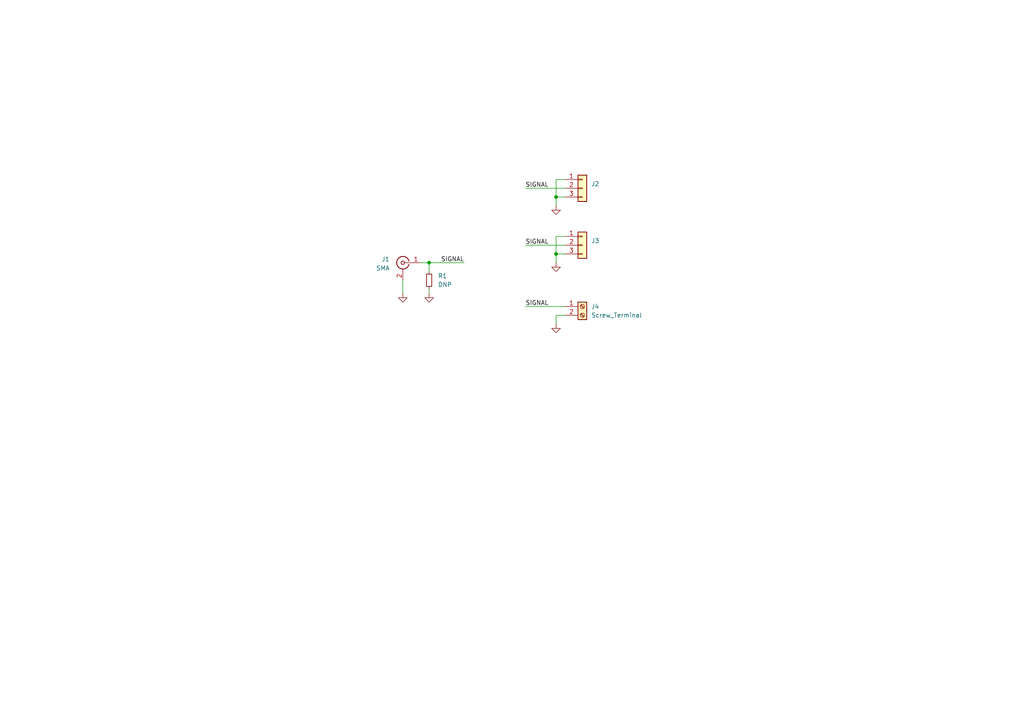
<source format=kicad_sch>
(kicad_sch (version 20231120) (generator "eeschema") (generator_version "8.0")
  (paper "A4")
  (lib_symbols
    (symbol "Connector:Conn_Coaxial" (pin_names (offset 1.016) hide)
      (property "Reference" "J" (at 0.254 3.048 0))
      (property "Value" "Conn_Coaxial" (at 2.921 0 90))
      (symbol "Conn_Coaxial_0_1"
        (arc (start -1.778 -0.508) (mid 0.2311 -1.8066) (end 1.778 0) (stroke (width 0.254)))
        (polyline (pts (xy -2.54 0) (xy -0.508 0)))
        (polyline (pts (xy 0 -2.54) (xy 0 -1.778)))
        (circle (center 0 0) (radius 0.508) (stroke (width 0.2032)))
        (arc (start 1.778 0) (mid 0.2099 1.8101) (end -1.778 0.508) (stroke (width 0.254)))
      )
      (symbol "Conn_Coaxial_1_1"
        (pin passive line (at -5.08 0 0) (length 2.54) (name "In") (number "1"))
        (pin passive line (at 0 -5.08 90) (length 2.54) (name "Ext") (number "2"))
      )
    )
    (symbol "Connector:Screw_Terminal_01x02" (pin_names (offset 1.016) hide)
      (property "Reference" "J" (at 0 2.54 0))
      (property "Value" "Screw_Terminal_01x02" (at 0 -5.08 0))
      (symbol "Screw_Terminal_01x02_1_1"
        (rectangle (start -1.27 1.27) (end 1.27 -3.81) (stroke (width 0.254)) (fill (type background)))
        (circle (center 0 -2.54) (radius 0.635) (stroke (width 0.1524)))
        (polyline (pts (xy -0.5334 -2.2098) (xy 0.3302 -3.048)) (stroke (width 0.1524)))
        (polyline (pts (xy -0.5334 0.3302) (xy 0.3302 -0.508)) (stroke (width 0.1524)))
        (polyline (pts (xy -0.3556 -2.032) (xy 0.508 -2.8702)) (stroke (width 0.1524)))
        (polyline (pts (xy -0.3556 0.508) (xy 0.508 -0.3302)) (stroke (width 0.1524)))
        (circle (center 0 0) (radius 0.635) (stroke (width 0.1524)))
        (pin passive line (at -5.08 0 0) (length 3.81) (name "Pin_1") (number "1"))
        (pin passive line (at -5.08 -2.54 0) (length 3.81) (name "Pin_2") (number "2"))
      )
    )
    (symbol "Connector_Generic:Conn_01x03" (pin_names (offset 1.016) hide)
      (property "Reference" "J" (at 0 5.08 0))
      (property "Value" "Conn_01x03" (at 0 -5.08 0))
      (symbol "Conn_01x03_1_1"
        (rectangle (start -1.27 -2.413) (end 0 -2.667) (stroke (width 0.1524)))
        (rectangle (start -1.27 0.127) (end 0 -0.127) (stroke (width 0.1524)))
        (rectangle (start -1.27 2.667) (end 0 2.413) (stroke (width 0.1524)))
        (rectangle (start -1.27 3.81) (end 1.27 -3.81) (stroke (width 0.254)) (fill (type background)))
        (pin passive line (at -5.08 2.54 0) (length 3.81) (name "Pin_1") (number "1"))
        (pin passive line (at -5.08 0 0) (length 3.81) (name "Pin_2") (number "2"))
        (pin passive line (at -5.08 -2.54 0) (length 3.81) (name "Pin_3") (number "3"))
      )
    )
    (symbol "Device:R_Small" (pin_numbers hide) (pin_names (offset 0.254) hide)
      (property "Reference" "R" (at 0.762 0.508 0))
      (property "Value" "R_Small" (at 0.762 -1.016 0))
      (symbol "R_Small_0_1"
        (rectangle (start -0.762 1.778) (end 0.762 -1.778) (stroke (width 0.2032)))
      )
      (symbol "R_Small_1_1"
        (pin passive line (at 0 2.54 270) (length 0.762) (name "~") (number "1"))
        (pin passive line (at 0 -2.54 90) (length 0.762) (name "~") (number "2"))
      )
    )
    (symbol "power:GND" (power) (pin_numbers hide) (pin_names (offset 0) hide)
      (property "Value" "GND" (at 0 -3.81 0))
      (symbol "GND_0_1"
        (polyline (pts (xy 0 0) (xy 0 -1.27) (xy 1.27 -1.27) (xy 0 -2.54) (xy -1.27 -1.27) (xy 0 -1.27)))
      )
      (symbol "GND_1_1"
        (pin power_in line (at 0 0 270) (length 0) (name "~") (number "1"))
      )
    )
  )
  (junction (at 161.29 73.66))
  (junction (at 124.46 76.2))
  (junction (at 161.29 57.15))
  (wire (pts (xy 161.29 68.58) (xy 161.29 73.66)))
  (wire (pts (xy 163.83 68.58) (xy 161.29 68.58)))
  (wire (pts (xy 161.29 57.15) (xy 163.83 57.15)))
  (wire (pts (xy 161.29 52.07) (xy 161.29 57.15)))
  (wire (pts (xy 161.29 93.98) (xy 161.29 91.44)))
  (wire (pts (xy 161.29 76.2) (xy 161.29 73.66)))
  (wire (pts (xy 161.29 73.66) (xy 163.83 73.66)))
  (wire (pts (xy 161.29 91.44) (xy 163.83 91.44)))
  (wire (pts (xy 163.83 52.07) (xy 161.29 52.07)))
  (wire (pts (xy 152.4 88.9) (xy 163.83 88.9)))
  (wire (pts (xy 124.46 76.2) (xy 134.62 76.2)))
  (wire (pts (xy 121.92 76.2) (xy 124.46 76.2)))
  (wire (pts (xy 124.46 76.2) (xy 124.46 78.74)))
  (wire (pts (xy 152.4 54.61) (xy 163.83 54.61)))
  (wire (pts (xy 152.4 71.12) (xy 163.83 71.12)))
  (wire (pts (xy 116.84 81.28) (xy 116.84 85.09)))
  (wire (pts (xy 161.29 59.69) (xy 161.29 57.15)))
  (wire (pts (xy 124.46 83.82) (xy 124.46 85.09)))
  (label "SIGNAL" (at 152.4 71.12 0))
  (label "SIGNAL" (at 134.62 76.2 180))
  (label "SIGNAL" (at 152.4 54.61 0))
  (label "SIGNAL" (at 152.4 88.9 0))
  (symbol (lib_id "Device:R_Small") (at 124.46 81.28 0) (unit 1)
    (property "Reference" "R1" (at 127 80.0099 0) (effects (justify left)))
    (property "Value" "DNP" (at 127 82.5499 0) (effects (justify left)))
    (property "Footprint" "Resistor_SMD:R_0603_1608Metric_Pad0.98x0.95mm_HandSolder" (effects (hide yes)))
    (property "Description" "Resistor, small symbol" (effects (hide yes)))
  )
  (symbol (lib_id "Connector_Generic:Conn_01x03") (at 168.91 54.61 0) (unit 1)
    (property "Reference" "J2" (at 171.45 53.3399 0) (effects (justify left)))
    (property "Value" "Conn_01x03" (effects (hide yes)))
    (property "Footprint" "Connector_PinHeader_2.54mm:PinHeader_1x03_P2.54mm_Vertical" (effects (hide yes)))
    (property "Description" "Generic connector, single row, 01x03, script generated (kicad-library-utils/schlib/autogen/connector/)" (effects (hide yes)))
  )
  (symbol (lib_id "Connector_Generic:Conn_01x03") (at 168.91 71.12 0) (unit 1)
    (property "Reference" "J3" (at 171.45 69.8499 0) (effects (justify left)))
    (property "Value" "Conn_01x03" (effects (hide yes)))
    (property "Footprint" "Connector_PinHeader_2.54mm:PinHeader_1x03_P2.54mm_Vertical" (effects (hide yes)))
    (property "Description" "Generic connector, single row, 01x03, script generated (kicad-library-utils/schlib/autogen/connector/)" (effects (hide yes)))
  )
  (symbol (lib_id "Connector:Screw_Terminal_01x02") (at 168.91 88.9 0) (unit 1)
    (property "Reference" "J4" (at 171.45 88.8999 0) (effects (justify left)))
    (property "Value" "Screw_Terminal" (at 171.45 91.4399 0) (effects (justify left)))
    (property "Footprint" "TerminalBlock:TerminalBlock_Xinya_XY308-2.54-2P_1x02_P2.54mm_Horizontal" (effects (hide yes)))
    (property "Description" "Generic screw terminal, single row, 01x02, script generated (kicad-library-utils/schlib/autogen/connector/)" (effects (hide yes)))
  )
  (symbol (lib_id "power:GND") (at 116.84 85.09 0) (unit 1)
    (property "Reference" "#PWR01" (effects (hide yes)))
    (property "Value" "GND" (effects (hide yes)))
    (property "Description" "Power symbol creates a global label with name \"GND\" , ground" (effects (hide yes)))
  )
  (symbol (lib_id "power:GND") (at 161.29 76.2 0) (unit 1)
    (property "Reference" "#PWR04" (effects (hide yes)))
    (property "Value" "GND" (effects (hide yes)))
    (property "Description" "Power symbol creates a global label with name \"GND\" , ground" (effects (hide yes)))
  )
  (symbol (lib_id "power:GND") (at 161.29 59.69 0) (unit 1)
    (property "Reference" "#PWR03" (effects (hide yes)))
    (property "Value" "GND" (effects (hide yes)))
    (property "Description" "Power symbol creates a global label with name \"GND\" , ground" (effects (hide yes)))
  )
  (symbol (lib_id "Connector:Conn_Coaxial") (at 116.84 76.2 0) (mirror y) (unit 1)
    (property "Reference" "J1" (at 113.03 75.2231 0) (effects (justify left)))
    (property "Value" "SMA" (at 113.03 77.7631 0) (effects (justify left)))
    (property "Footprint" "Connector_Coaxial:SMA_Samtec_SMA-J-P-H-ST-EM1_EdgeMount" (effects (hide yes)))
    (property "Description" "coaxial connector (BNC, SMA, SMB, SMC, Cinch/RCA, LEMO, ...)" (effects (hide yes)))
  )
  (symbol (lib_id "power:GND") (at 161.29 93.98 0) (unit 1)
    (property "Reference" "#PWR05" (effects (hide yes)))
    (property "Value" "GND" (effects (hide yes)))
    (property "Description" "Power symbol creates a global label with name \"GND\" , ground" (effects (hide yes)))
  )
  (symbol (lib_id "power:GND") (at 124.46 85.09 0) (unit 1)
    (property "Reference" "#PWR02" (effects (hide yes)))
    (property "Value" "GND" (effects (hide yes)))
    (property "Description" "Power symbol creates a global label with name \"GND\" , ground" (effects (hide yes)))
  )
)
</source>
